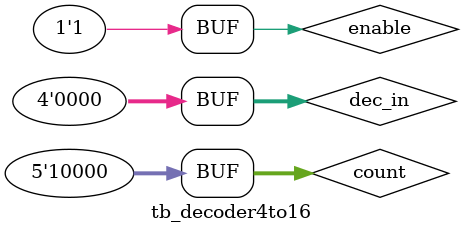
<source format=v>
`timescale 1ns/100ps 


// Testbenches don't have arguments. Instead, the values that we want to modify are regs. ANY VALUE
// THAT IS THE TARGET OF A PROCEDURE MUST BE A REG. The values that we wish to observe are wires.

module tb_decoder4to16();
   reg         enable;
   reg   [3:0] dec_in;
   wire [15:0] dec_out_struct, dec_out_cont, dec_out_equiv;

   reg  [4:0] count;

// Instantiate the decoder (the identifier is DUT, or Device Under Test)

   decoder4to16_struct DUT0(enable, dec_in, dec_out_struct);
   decoder4to16_cont   DUT1(enable, dec_in, dec_out_cont);

// Evaluate Equivalence of each output wire.
   assign dec_out_equiv = dec_out_struct ^~ dec_out_cont;

// Test input waveform - defined as an initial block (procedure)

   initial begin
      dec_in = 4'b0000;		// At time t = 0, dec_in = 0000 and the decoder is DISABLED.
      enable = 1'b1;
      #20;  			// Wait for 20 ns
      enable = 1'b0;		// Enable the decoder.
    	
// We can use a loop to avoid long procedures. There are many other options to write test benches easily!
// With the decoder enabled, the FOR-loop causes dec_in to take in each possible 4-bit value for 20 ns.

      for(count = 0; count < 16; count = count + 1) begin
         dec_in = count[3:0];
         #20;
      end

      dec_in = 4'b0000;		// Set dec_in = 0000.
      #20;			// Wait for 20 ns.
      enable = 1'b1;		// Disable the decoder.
      #20;			// Wait for 20 ns.
   end

endmodule

</source>
